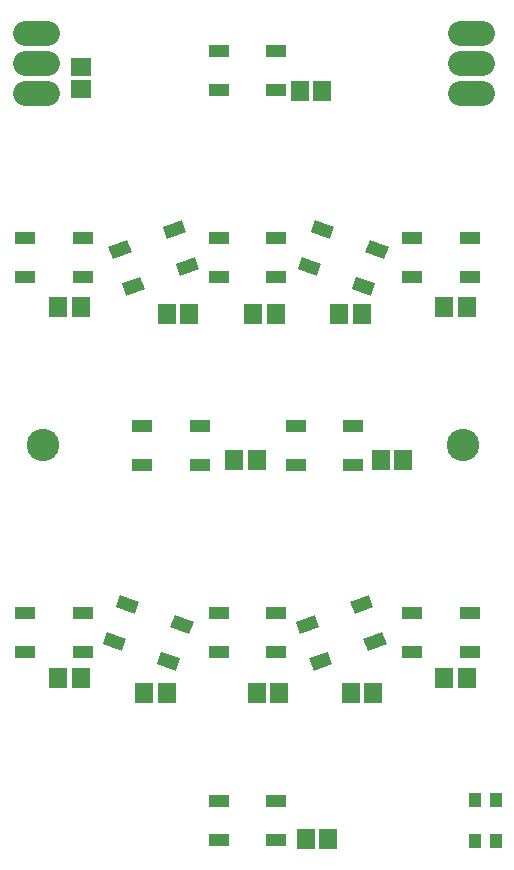
<source format=gts>
G75*
%MOIN*%
%OFA0B0*%
%FSLAX25Y25*%
%IPPOS*%
%LPD*%
%AMOC8*
5,1,8,0,0,1.08239X$1,22.5*
%
%ADD10C,0.10800*%
%ADD11R,0.06706X0.04343*%
%ADD12R,0.05918X0.06706*%
%ADD13R,0.06706X0.05918*%
%ADD14R,0.04146X0.04737*%
%ADD15C,0.08200*%
D10*
X0036600Y0171600D03*
X0176600Y0171600D03*
D11*
G36*
X0141034Y0227883D02*
X0147335Y0225590D01*
X0145850Y0221511D01*
X0139549Y0223804D01*
X0141034Y0227883D01*
G37*
G36*
X0145478Y0240091D02*
X0151779Y0237798D01*
X0150294Y0233719D01*
X0143993Y0236012D01*
X0145478Y0240091D01*
G37*
X0159454Y0240596D03*
X0159454Y0227604D03*
X0178746Y0227604D03*
X0178746Y0240596D03*
X0140046Y0178096D03*
X0140046Y0165104D03*
X0120754Y0165104D03*
X0120754Y0178096D03*
X0088946Y0178096D03*
X0088946Y0165104D03*
X0069654Y0165104D03*
X0069654Y0178096D03*
G36*
X0062740Y0225590D02*
X0069041Y0227883D01*
X0070526Y0223804D01*
X0064225Y0221511D01*
X0062740Y0225590D01*
G37*
G36*
X0058296Y0237798D02*
X0064597Y0240091D01*
X0066082Y0236012D01*
X0059781Y0233719D01*
X0058296Y0237798D01*
G37*
X0049996Y0240596D03*
X0049996Y0227604D03*
X0030704Y0227604D03*
X0030704Y0240596D03*
G36*
X0076424Y0244396D02*
X0082725Y0246689D01*
X0084210Y0242610D01*
X0077909Y0240317D01*
X0076424Y0244396D01*
G37*
G36*
X0080868Y0232188D02*
X0087169Y0234481D01*
X0088654Y0230402D01*
X0082353Y0228109D01*
X0080868Y0232188D01*
G37*
X0095079Y0227604D03*
X0095079Y0240596D03*
X0114371Y0240596D03*
X0114371Y0227604D03*
G36*
X0122906Y0234481D02*
X0129207Y0232188D01*
X0127722Y0228109D01*
X0121421Y0230402D01*
X0122906Y0234481D01*
G37*
G36*
X0127350Y0246689D02*
X0133651Y0244396D01*
X0132166Y0240317D01*
X0125865Y0242610D01*
X0127350Y0246689D01*
G37*
X0114346Y0290104D03*
X0114346Y0303096D03*
X0095054Y0303096D03*
X0095054Y0290104D03*
G36*
X0062350Y0121689D02*
X0068651Y0119396D01*
X0067166Y0115317D01*
X0060865Y0117610D01*
X0062350Y0121689D01*
G37*
G36*
X0057906Y0109481D02*
X0064207Y0107188D01*
X0062722Y0103109D01*
X0056421Y0105402D01*
X0057906Y0109481D01*
G37*
X0049996Y0115596D03*
X0049996Y0102604D03*
X0030704Y0102604D03*
X0030704Y0115596D03*
G36*
X0076034Y0102883D02*
X0082335Y0100590D01*
X0080850Y0096511D01*
X0074549Y0098804D01*
X0076034Y0102883D01*
G37*
G36*
X0080478Y0115091D02*
X0086779Y0112798D01*
X0085294Y0108719D01*
X0078993Y0111012D01*
X0080478Y0115091D01*
G37*
X0095079Y0115596D03*
X0095079Y0102604D03*
X0114371Y0102604D03*
X0114371Y0115596D03*
G36*
X0120796Y0112798D02*
X0127097Y0115091D01*
X0128582Y0111012D01*
X0122281Y0108719D01*
X0120796Y0112798D01*
G37*
G36*
X0125240Y0100590D02*
X0131541Y0102883D01*
X0133026Y0098804D01*
X0126725Y0096511D01*
X0125240Y0100590D01*
G37*
G36*
X0138924Y0119396D02*
X0145225Y0121689D01*
X0146710Y0117610D01*
X0140409Y0115317D01*
X0138924Y0119396D01*
G37*
G36*
X0143368Y0107188D02*
X0149669Y0109481D01*
X0151154Y0105402D01*
X0144853Y0103109D01*
X0143368Y0107188D01*
G37*
X0159454Y0102604D03*
X0159454Y0115596D03*
X0178746Y0115596D03*
X0178746Y0102604D03*
X0114346Y0053096D03*
X0114346Y0040104D03*
X0095054Y0040104D03*
X0095054Y0053096D03*
D12*
X0041610Y0094100D03*
X0049090Y0094100D03*
X0070360Y0089100D03*
X0077840Y0089100D03*
X0107860Y0089100D03*
X0115340Y0089100D03*
X0139110Y0089100D03*
X0146590Y0089100D03*
X0170360Y0094100D03*
X0177840Y0094100D03*
X0131590Y0040350D03*
X0124110Y0040350D03*
X0107840Y0166600D03*
X0100360Y0166600D03*
X0106610Y0215350D03*
X0114090Y0215350D03*
X0135360Y0215350D03*
X0142840Y0215350D03*
X0170360Y0217850D03*
X0177840Y0217850D03*
X0156590Y0166600D03*
X0149110Y0166600D03*
X0085340Y0215350D03*
X0077860Y0215350D03*
X0049090Y0217850D03*
X0041610Y0217850D03*
X0122060Y0289750D03*
X0129540Y0289750D03*
D13*
X0049100Y0290360D03*
X0049100Y0297840D03*
D14*
X0180655Y0053490D03*
X0187545Y0053490D03*
X0187545Y0039710D03*
X0180655Y0039710D03*
D15*
X0182800Y0289100D02*
X0175400Y0289100D01*
X0175400Y0299100D02*
X0182800Y0299100D01*
X0182800Y0309100D02*
X0175400Y0309100D01*
X0037800Y0309100D02*
X0030400Y0309100D01*
X0030400Y0299100D02*
X0037800Y0299100D01*
X0037800Y0289100D02*
X0030400Y0289100D01*
M02*

</source>
